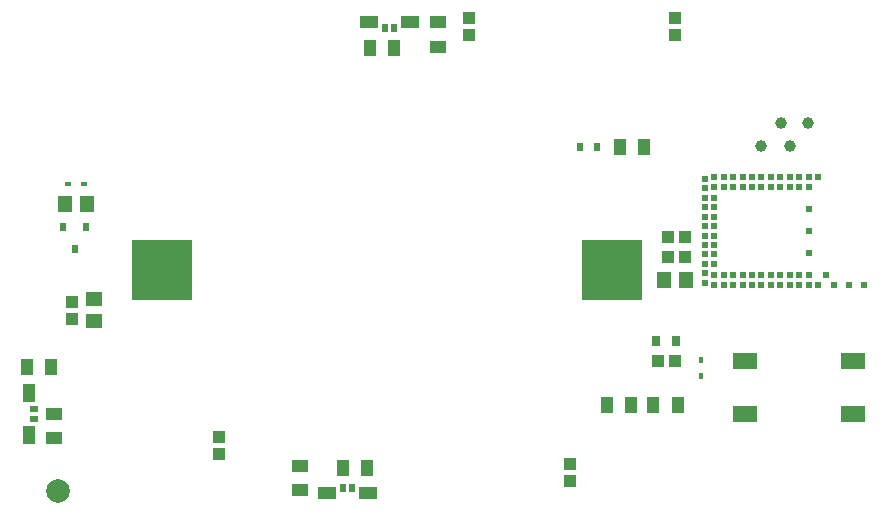
<source format=gtp>
G04*
G04 #@! TF.GenerationSoftware,Altium Limited,Altium Designer,20.1.14 (287)*
G04*
G04 Layer_Color=8421504*
%FSLAX25Y25*%
%MOIN*%
G70*
G04*
G04 #@! TF.SameCoordinates,90A7C2A2-6745-46E1-82FD-39DD7986B322*
G04*
G04*
G04 #@! TF.FilePolarity,Positive*
G04*
G01*
G75*
%ADD15C,0.07874*%
%ADD16C,0.03937*%
%ADD17R,0.08300X0.05500*%
%ADD18R,0.02201X0.02850*%
%ADD19R,0.03937X0.05315*%
%ADD20R,0.02756X0.03543*%
%ADD21R,0.01575X0.01890*%
%ADD22R,0.02362X0.03150*%
%ADD23R,0.05118X0.05709*%
%ADD24R,0.03937X0.03937*%
%ADD25R,0.20000X0.20000*%
%ADD26R,0.05900X0.03900*%
%ADD27R,0.01950X0.03100*%
G04:AMPARAMS|DCode=28|XSize=19.68mil|YSize=19.68mil|CornerRadius=0mil|HoleSize=0mil|Usage=FLASHONLY|Rotation=0.000|XOffset=0mil|YOffset=0mil|HoleType=Round|Shape=RoundedRectangle|*
%AMROUNDEDRECTD28*
21,1,0.01968,0.01968,0,0,0.0*
21,1,0.01968,0.01968,0,0,0.0*
1,1,0.00000,0.00984,-0.00984*
1,1,0.00000,-0.00984,-0.00984*
1,1,0.00000,-0.00984,0.00984*
1,1,0.00000,0.00984,0.00984*
%
%ADD28ROUNDEDRECTD28*%
G04:AMPARAMS|DCode=29|XSize=19.68mil|YSize=19.68mil|CornerRadius=0mil|HoleSize=0mil|Usage=FLASHONLY|Rotation=90.000|XOffset=0mil|YOffset=0mil|HoleType=Round|Shape=RoundedRectangle|*
%AMROUNDEDRECTD29*
21,1,0.01968,0.01968,0,0,90.0*
21,1,0.01968,0.01968,0,0,90.0*
1,1,0.00000,0.00984,0.00984*
1,1,0.00000,0.00984,-0.00984*
1,1,0.00000,-0.00984,-0.00984*
1,1,0.00000,-0.00984,0.00984*
%
%ADD29ROUNDEDRECTD29*%
%ADD30R,0.01968X0.01968*%
%ADD31R,0.03100X0.01950*%
%ADD32R,0.03900X0.05900*%
%ADD33R,0.01890X0.01575*%
%ADD34R,0.03937X0.03937*%
%ADD35R,0.05709X0.05118*%
%ADD36R,0.05315X0.03937*%
D15*
X16790Y7800D02*
D03*
D16*
X266890Y130600D02*
D03*
X251290Y122800D02*
D03*
X257890Y130600D02*
D03*
X260790Y122800D02*
D03*
D17*
X245840Y33450D02*
D03*
X281740D02*
D03*
X245840Y51150D02*
D03*
X281740D02*
D03*
D18*
X26130Y95682D02*
D03*
X18650D02*
D03*
X22390Y88318D02*
D03*
D19*
X212133Y122600D02*
D03*
X204047D02*
D03*
X199846Y36500D02*
D03*
X207933D02*
D03*
X215347D02*
D03*
X223433D02*
D03*
X14633Y49100D02*
D03*
X6547D02*
D03*
X120846Y155400D02*
D03*
X128933D02*
D03*
X119965Y15600D02*
D03*
X111878D02*
D03*
D20*
X216334Y57700D02*
D03*
X222846D02*
D03*
D21*
X231190Y46102D02*
D03*
Y51298D02*
D03*
D22*
X196444Y122600D02*
D03*
X190735D02*
D03*
D23*
X226039Y78200D02*
D03*
X218740D02*
D03*
X26539Y103500D02*
D03*
X19240D02*
D03*
D24*
X70390Y19938D02*
D03*
Y25662D02*
D03*
X187390Y16862D02*
D03*
Y11138D02*
D03*
X222590Y159819D02*
D03*
Y165543D02*
D03*
X153890Y159819D02*
D03*
Y165543D02*
D03*
X21390Y70862D02*
D03*
Y65138D02*
D03*
D25*
X51390Y81500D02*
D03*
X201390D02*
D03*
D26*
X120321Y7050D02*
D03*
X106521D02*
D03*
X134290Y163950D02*
D03*
X120490D02*
D03*
D27*
X111846Y8750D02*
D03*
X114996D02*
D03*
X125815Y162250D02*
D03*
X128965D02*
D03*
D28*
X232444Y92925D02*
D03*
Y83476D02*
D03*
Y111823D02*
D03*
X232444Y108673D02*
D03*
X232444Y105524D02*
D03*
Y102374D02*
D03*
Y99224D02*
D03*
Y96075D02*
D03*
X232444Y89776D02*
D03*
Y86626D02*
D03*
X232444Y80327D02*
D03*
Y77177D02*
D03*
D29*
X272798Y79736D02*
D03*
X267090Y112413D02*
D03*
X235594Y76587D02*
D03*
X263940Y112413D02*
D03*
X260790D02*
D03*
X257641D02*
D03*
X254491D02*
D03*
X251342D02*
D03*
X248192D02*
D03*
X245042D02*
D03*
X241893D02*
D03*
X238743D02*
D03*
X235594D02*
D03*
X238743Y76587D02*
D03*
X241893D02*
D03*
X245042D02*
D03*
X248192D02*
D03*
X251342D02*
D03*
X254491D02*
D03*
X257641Y76587D02*
D03*
X260790Y76587D02*
D03*
X263940D02*
D03*
X267090D02*
D03*
X270239D02*
D03*
Y112413D02*
D03*
X275358Y76587D02*
D03*
X280476D02*
D03*
X285594D02*
D03*
D30*
X267090Y109264D02*
D03*
X235594Y105524D02*
D03*
X238743Y79736D02*
D03*
X263940Y109264D02*
D03*
X260790D02*
D03*
X257641D02*
D03*
X254491D02*
D03*
X251342D02*
D03*
X248192D02*
D03*
X245042D02*
D03*
X241893D02*
D03*
X238743D02*
D03*
X235594D02*
D03*
Y102374D02*
D03*
Y99224D02*
D03*
Y96075D02*
D03*
Y92925D02*
D03*
Y89776D02*
D03*
Y86626D02*
D03*
Y83476D02*
D03*
Y79736D02*
D03*
X241893Y79736D02*
D03*
X245042D02*
D03*
X248192D02*
D03*
X251342D02*
D03*
X254491Y79736D02*
D03*
X257641Y79736D02*
D03*
X260790D02*
D03*
X263940Y79736D02*
D03*
X267090D02*
D03*
Y94500D02*
D03*
Y101882D02*
D03*
Y87118D02*
D03*
D31*
X8840Y31925D02*
D03*
Y35075D02*
D03*
D32*
X7140Y40400D02*
D03*
Y26600D02*
D03*
D33*
X25488Y110000D02*
D03*
X20291D02*
D03*
D34*
X222452Y51200D02*
D03*
X216728D02*
D03*
X225752Y85800D02*
D03*
X220028D02*
D03*
Y92500D02*
D03*
X225752D02*
D03*
D35*
X28890Y64350D02*
D03*
Y71650D02*
D03*
D36*
X15490Y25457D02*
D03*
Y33543D02*
D03*
X143390Y155857D02*
D03*
Y163943D02*
D03*
X97421Y16143D02*
D03*
Y8057D02*
D03*
M02*

</source>
